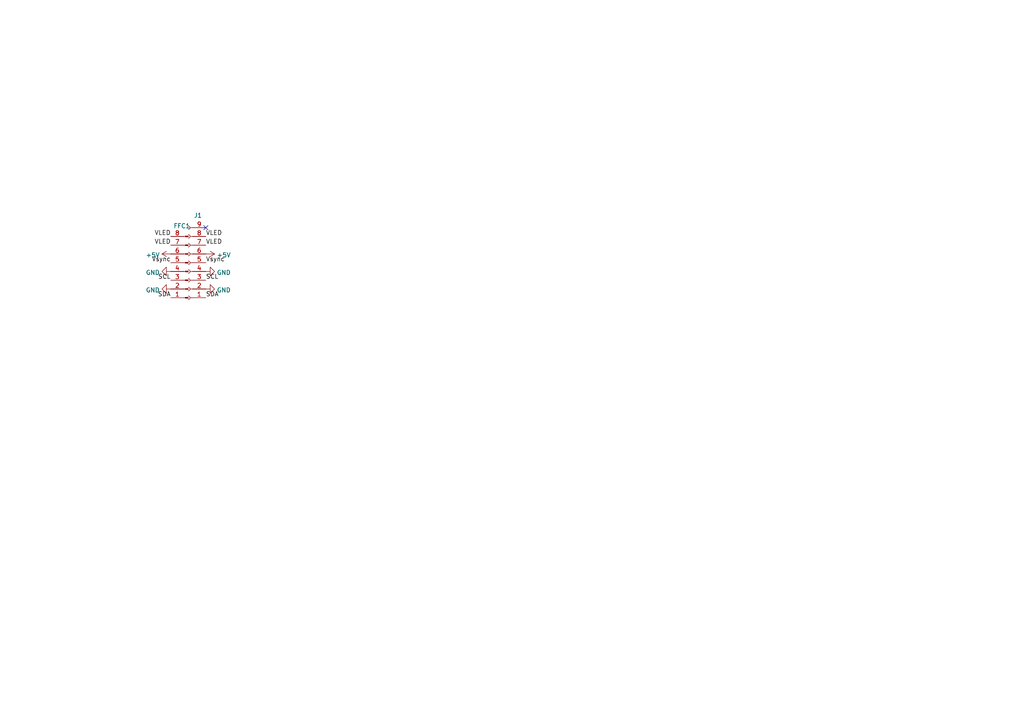
<source format=kicad_sch>
(kicad_sch (version 20231120) (generator "eeschema") (generator_version "8.0")
  (paper "A4")
  (lib_symbols
    (symbol "Connector:Conn_01x08_Pin" (pin_names (offset 1.016) hide)
      (property "Reference" "J" (at 0 10.16 0))
      (property "Value" "Conn_01x08_Pin" (at 0 -12.7 0))
      (symbol "Conn_01x08_Pin_1_1"
        (polyline (pts (xy 1.27 -10.16) (xy 0.8636 -10.16)) (stroke (width 0.1524)))
        (polyline (pts (xy 1.27 -7.62) (xy 0.8636 -7.62)) (stroke (width 0.1524)))
        (polyline (pts (xy 1.27 -5.08) (xy 0.8636 -5.08)) (stroke (width 0.1524)))
        (polyline (pts (xy 1.27 -2.54) (xy 0.8636 -2.54)) (stroke (width 0.1524)))
        (polyline (pts (xy 1.27 0) (xy 0.8636 0)) (stroke (width 0.1524)))
        (polyline (pts (xy 1.27 2.54) (xy 0.8636 2.54)) (stroke (width 0.1524)))
        (polyline (pts (xy 1.27 5.08) (xy 0.8636 5.08)) (stroke (width 0.1524)))
        (polyline (pts (xy 1.27 7.62) (xy 0.8636 7.62)) (stroke (width 0.1524)))
        (rectangle (start 0.8636 -10.033) (end 0 -10.287) (stroke (width 0.1524)) (fill (type outline)))
        (rectangle (start 0.8636 -7.493) (end 0 -7.747) (stroke (width 0.1524)) (fill (type outline)))
        (rectangle (start 0.8636 -4.953) (end 0 -5.207) (stroke (width 0.1524)) (fill (type outline)))
        (rectangle (start 0.8636 -2.413) (end 0 -2.667) (stroke (width 0.1524)) (fill (type outline)))
        (rectangle (start 0.8636 0.127) (end 0 -0.127) (stroke (width 0.1524)) (fill (type outline)))
        (rectangle (start 0.8636 2.667) (end 0 2.413) (stroke (width 0.1524)) (fill (type outline)))
        (rectangle (start 0.8636 5.207) (end 0 4.953) (stroke (width 0.1524)) (fill (type outline)))
        (rectangle (start 0.8636 7.747) (end 0 7.493) (stroke (width 0.1524)) (fill (type outline)))
        (pin passive line (at 5.08 7.62 180) (length 3.81) (name "Pin_1") (number "1"))
        (pin passive line (at 5.08 5.08 180) (length 3.81) (name "Pin_2") (number "2"))
        (pin passive line (at 5.08 2.54 180) (length 3.81) (name "Pin_3") (number "3"))
        (pin passive line (at 5.08 0 180) (length 3.81) (name "Pin_4") (number "4"))
        (pin passive line (at 5.08 -2.54 180) (length 3.81) (name "Pin_5") (number "5"))
        (pin passive line (at 5.08 -5.08 180) (length 3.81) (name "Pin_6") (number "6"))
        (pin passive line (at 5.08 -7.62 180) (length 3.81) (name "Pin_7") (number "7"))
        (pin passive line (at 5.08 -10.16 180) (length 3.81) (name "Pin_8") (number "8"))
      )
    )
    (symbol "Connector:Conn_01x09_Socket" (pin_names (offset 1.016) hide)
      (property "Reference" "J" (at 0 12.7 0))
      (property "Value" "Conn_01x09_Socket" (at 0 -12.7 0))
      (symbol "Conn_01x09_Socket_1_1"
        (arc (start 0 -9.652) (mid -0.5058 -10.16) (end 0 -10.668) (stroke (width 0.1524)))
        (arc (start 0 -7.112) (mid -0.5058 -7.62) (end 0 -8.128) (stroke (width 0.1524)))
        (arc (start 0 -4.572) (mid -0.5058 -5.08) (end 0 -5.588) (stroke (width 0.1524)))
        (arc (start 0 -2.032) (mid -0.5058 -2.54) (end 0 -3.048) (stroke (width 0.1524)))
        (polyline (pts (xy -1.27 -10.16) (xy -0.508 -10.16)) (stroke (width 0.1524)))
        (polyline (pts (xy -1.27 -7.62) (xy -0.508 -7.62)) (stroke (width 0.1524)))
        (polyline (pts (xy -1.27 -5.08) (xy -0.508 -5.08)) (stroke (width 0.1524)))
        (polyline (pts (xy -1.27 -2.54) (xy -0.508 -2.54)) (stroke (width 0.1524)))
        (polyline (pts (xy -1.27 0) (xy -0.508 0)) (stroke (width 0.1524)))
        (polyline (pts (xy -1.27 2.54) (xy -0.508 2.54)) (stroke (width 0.1524)))
        (polyline (pts (xy -1.27 5.08) (xy -0.508 5.08)) (stroke (width 0.1524)))
        (polyline (pts (xy -1.27 7.62) (xy -0.508 7.62)) (stroke (width 0.1524)))
        (polyline (pts (xy -1.27 10.16) (xy -0.508 10.16)) (stroke (width 0.1524)))
        (arc (start 0 0.508) (mid -0.5058 0) (end 0 -0.508) (stroke (width 0.1524)))
        (arc (start 0 3.048) (mid -0.5058 2.54) (end 0 2.032) (stroke (width 0.1524)))
        (arc (start 0 5.588) (mid -0.5058 5.08) (end 0 4.572) (stroke (width 0.1524)))
        (arc (start 0 8.128) (mid -0.5058 7.62) (end 0 7.112) (stroke (width 0.1524)))
        (arc (start 0 10.668) (mid -0.5058 10.16) (end 0 9.652) (stroke (width 0.1524)))
        (pin passive line (at -5.08 10.16 0) (length 3.81) (name "Pin_1") (number "1"))
        (pin passive line (at -5.08 7.62 0) (length 3.81) (name "Pin_2") (number "2"))
        (pin passive line (at -5.08 5.08 0) (length 3.81) (name "Pin_3") (number "3"))
        (pin passive line (at -5.08 2.54 0) (length 3.81) (name "Pin_4") (number "4"))
        (pin passive line (at -5.08 0 0) (length 3.81) (name "Pin_5") (number "5"))
        (pin passive line (at -5.08 -2.54 0) (length 3.81) (name "Pin_6") (number "6"))
        (pin passive line (at -5.08 -5.08 0) (length 3.81) (name "Pin_7") (number "7"))
        (pin passive line (at -5.08 -7.62 0) (length 3.81) (name "Pin_8") (number "8"))
        (pin passive line (at -5.08 -10.16 0) (length 3.81) (name "Pin_9") (number "9"))
      )
    )
    (symbol "power:+5V" (power) (pin_names (offset 0))
      (property "Value" "+5V" (at 0 3.556 0))
      (symbol "+5V_0_1"
        (polyline (pts (xy -0.762 1.27) (xy 0 2.54)))
        (polyline (pts (xy 0 0) (xy 0 2.54)))
        (polyline (pts (xy 0 2.54) (xy 0.762 1.27)))
      )
      (symbol "+5V_1_1"
        (pin power_in line (at 0 0 90) (length 0) hide (name "+5V") (number "1"))
      )
    )
    (symbol "power:GND" (power) (pin_names (offset 0))
      (property "Value" "GND" (at 0 -3.81 0))
      (symbol "GND_0_1"
        (polyline (pts (xy 0 0) (xy 0 -1.27) (xy 1.27 -1.27) (xy 0 -2.54) (xy -1.27 -1.27) (xy 0 -1.27)))
      )
      (symbol "GND_1_1"
        (pin power_in line (at 0 0 270) (length 0) hide (name "GND") (number "1"))
      )
    )
  )
  (no_connect (at 59.69 66.04))
  (label "VLED" (at 49.53 68.58 180))
  (label "Vsync" (at 49.53 76.2 180))
  (label "SCL" (at 59.69 81.28 0))
  (label "VLED" (at 59.69 71.12 0))
  (label "SCL" (at 49.53 81.28 180))
  (label "VLED" (at 59.69 68.58 0))
  (label "VLED" (at 49.53 71.12 180))
  (label "SDA" (at 59.69 86.36 0))
  (label "Vsync" (at 59.69 76.2 0))
  (label "SDA" (at 49.53 86.36 180))
  (symbol (lib_id "power:GND") (at 59.69 78.74 90) (unit 1)
    (property "Reference" "#PWR04" (effects (hide yes)))
    (property "Value" "GND" (at 62.865 79.0568 90) (effects (justify right)))
  )
  (symbol (lib_id "power:GND") (at 59.69 83.82 90) (unit 1)
    (property "Reference" "#PWR06" (effects (hide yes)))
    (property "Value" "GND" (at 62.865 84.1368 90) (effects (justify right)))
  )
  (symbol (lib_id "Connector:Conn_01x09_Socket") (at 54.61 76.2 180) (unit 1)
    (property "Reference" "J1" (at 57.404 62.484 0))
    (property "Value" "0525590870" (effects (hide yes)))
    (property "Footprint" "Custom:CON_525590870_MOL - 8x ribbon vert" (effects (hide yes)))
    (property "Datasheet" "https://www.molex.com/en-us/products/part-detail/525590870?display=pdf" (effects (hide yes)))
    (property "Description" "CONN FFC FPC VERT 8POS 0.5MM SMD" (effects (hide yes)))
    (property "Manufacturer" "Molex" (effects (hide yes)))
    (property "Part" "0525590870" (effects (hide yes)))
  )
  (symbol (lib_id "power:+5V") (at 49.53 73.66 90) (mirror x) (unit 1)
    (property "Reference" "#PWR01" (effects (hide yes)))
    (property "Value" "+5V" (at 46.355 73.9768 90) (effects (justify left)))
  )
  (symbol (lib_id "power:GND") (at 49.53 78.74 270) (mirror x) (unit 1)
    (property "Reference" "#PWR03" (effects (hide yes)))
    (property "Value" "GND" (at 46.355 79.0568 90) (effects (justify right)))
  )
  (symbol (lib_id "power:GND") (at 49.53 83.82 270) (mirror x) (unit 1)
    (property "Reference" "#PWR05" (effects (hide yes)))
    (property "Value" "GND" (at 46.355 84.1368 90) (effects (justify right)))
  )
  (symbol (lib_id "power:+5V") (at 59.69 73.66 270) (unit 1)
    (property "Reference" "#PWR02" (effects (hide yes)))
    (property "Value" "+5V" (at 62.865 73.9768 90) (effects (justify left)))
  )
  (symbol (lib_id "Connector:Conn_01x08_Pin") (at 54.61 78.74 180) (unit 1) (on_board no)
    (property "Reference" "FFC1" (at 50.292 65.532 0) (effects (justify right)))
    (property "Value" "FFC" (effects (hide yes)))
    (property "Datasheet" "https://www.molex.com/content/dam/molex/molex-dot-com/products/automated/en-us/productspecificationpdf/151/15166/PS-15166-001-001.pdf?inline" (effects (hide yes)))
    (property "Description" "CABLE FFC/FPC 8POS 0.5MM 12\"" (effects (hide yes)))
    (property "Manufacturer" "Molex" (effects (hide yes)))
    (property "Part" "0151660093" (effects (hide yes)))
  )
)
</source>
